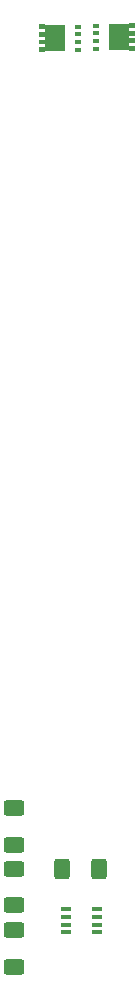
<source format=gbr>
%TF.GenerationSoftware,KiCad,Pcbnew,7.0.8*%
%TF.CreationDate,2024-04-29T16:50:17-06:00*%
%TF.ProjectId,GR-LRR-POWER-PCB-INPUT,47522d4c-5252-42d5-904f-5745522d5043,rev?*%
%TF.SameCoordinates,Original*%
%TF.FileFunction,Paste,Top*%
%TF.FilePolarity,Positive*%
%FSLAX46Y46*%
G04 Gerber Fmt 4.6, Leading zero omitted, Abs format (unit mm)*
G04 Created by KiCad (PCBNEW 7.0.8) date 2024-04-29 16:50:17*
%MOMM*%
%LPD*%
G01*
G04 APERTURE LIST*
G04 Aperture macros list*
%AMRoundRect*
0 Rectangle with rounded corners*
0 $1 Rounding radius*
0 $2 $3 $4 $5 $6 $7 $8 $9 X,Y pos of 4 corners*
0 Add a 4 corners polygon primitive as box body*
4,1,4,$2,$3,$4,$5,$6,$7,$8,$9,$2,$3,0*
0 Add four circle primitives for the rounded corners*
1,1,$1+$1,$2,$3*
1,1,$1+$1,$4,$5*
1,1,$1+$1,$6,$7*
1,1,$1+$1,$8,$9*
0 Add four rect primitives between the rounded corners*
20,1,$1+$1,$2,$3,$4,$5,0*
20,1,$1+$1,$4,$5,$6,$7,0*
20,1,$1+$1,$6,$7,$8,$9,0*
20,1,$1+$1,$8,$9,$2,$3,0*%
G04 Aperture macros list end*
%ADD10R,0.876300X0.406400*%
%ADD11RoundRect,0.250000X0.400000X0.625000X-0.400000X0.625000X-0.400000X-0.625000X0.400000X-0.625000X0*%
%ADD12RoundRect,0.250000X-0.625000X0.400000X-0.625000X-0.400000X0.625000X-0.400000X0.625000X0.400000X0*%
%ADD13R,0.558800X0.406400*%
%ADD14R,0.508000X0.406400*%
G04 APERTURE END LIST*
%TO.C,U3*%
G36*
X76262502Y-30734400D02*
G01*
X77989702Y-30734400D01*
X77989702Y-32969600D01*
X76262502Y-32969600D01*
X76262500Y-33030199D01*
X75754500Y-33030199D01*
X75754500Y-32623799D01*
X76262500Y-32623799D01*
X76262500Y-32380201D01*
X75754500Y-32380201D01*
X75754500Y-31973801D01*
X76262500Y-31973801D01*
X76262500Y-31730199D01*
X75754500Y-31730199D01*
X75754500Y-31323799D01*
X76262500Y-31323799D01*
X76262500Y-31080201D01*
X75754500Y-31080201D01*
X75754500Y-30673801D01*
X76262500Y-30673801D01*
X76262502Y-30734400D01*
G37*
%TO.C,U2*%
G36*
X83920300Y-30978601D02*
G01*
X83412300Y-30978601D01*
X83412300Y-31222199D01*
X83920300Y-31222199D01*
X83920300Y-31628599D01*
X83412300Y-31628599D01*
X83412300Y-31872201D01*
X83920300Y-31872201D01*
X83920300Y-32278601D01*
X83412300Y-32278601D01*
X83412300Y-32522199D01*
X83920300Y-32522199D01*
X83920300Y-32928599D01*
X83412300Y-32928599D01*
X83412298Y-32868000D01*
X81685098Y-32868000D01*
X81685098Y-30632800D01*
X83412298Y-30632800D01*
X83412300Y-30572201D01*
X83920300Y-30572201D01*
X83920300Y-30978601D01*
G37*
%TD*%
D10*
%TO.C,U1*%
X78026000Y-105602002D03*
X78026000Y-106252000D03*
X78026000Y-106902002D03*
X78026000Y-107552000D03*
X80654900Y-107552000D03*
X80654900Y-106902002D03*
X80654900Y-106252000D03*
X80654900Y-105602002D03*
%TD*%
D11*
%TO.C,R4*%
X80820000Y-102167200D03*
X77720000Y-102167200D03*
%TD*%
D12*
%TO.C,R1*%
X73631200Y-107347600D03*
X73631200Y-110447600D03*
%TD*%
%TO.C,R2*%
X73631200Y-102166000D03*
X73631200Y-105266000D03*
%TD*%
D13*
%TO.C,U3*%
X79043500Y-32826999D03*
X79043500Y-32177001D03*
X79043500Y-31526999D03*
X79043500Y-30877001D03*
D14*
X76008500Y-30877001D03*
X76008500Y-31526999D03*
X76008500Y-32177001D03*
X76008500Y-32826999D03*
%TD*%
D13*
%TO.C,U2*%
X80631300Y-30775401D03*
X80631300Y-31425399D03*
X80631300Y-32075401D03*
X80631300Y-32725399D03*
D14*
X83666300Y-32725399D03*
X83666300Y-32075401D03*
X83666300Y-31425399D03*
X83666300Y-30775401D03*
%TD*%
D12*
%TO.C,R3*%
X73631200Y-97061200D03*
X73631200Y-100161200D03*
%TD*%
M02*

</source>
